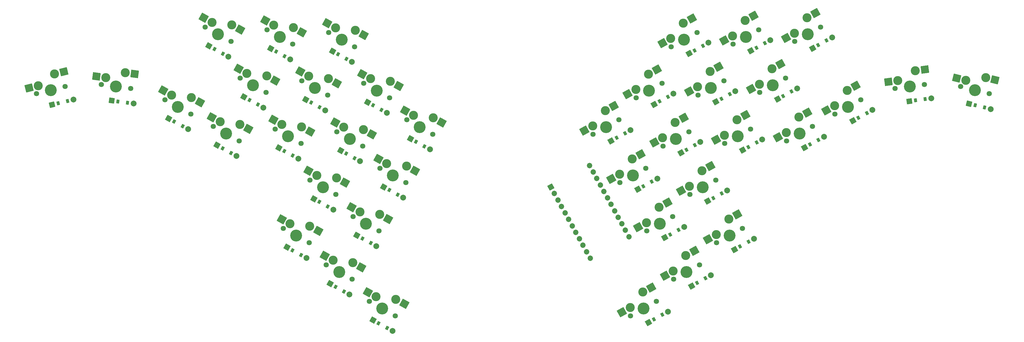
<source format=gbr>
%TF.GenerationSoftware,KiCad,Pcbnew,8.0.8-2.fc41*%
%TF.CreationDate,2025-01-20T23:27:37+01:00*%
%TF.ProjectId,laserraven_traced_and_silked_screws,6c617365-7272-4617-9665-6e5f74726163,1.0.0*%
%TF.SameCoordinates,Original*%
%TF.FileFunction,Soldermask,Bot*%
%TF.FilePolarity,Negative*%
%FSLAX46Y46*%
G04 Gerber Fmt 4.6, Leading zero omitted, Abs format (unit mm)*
G04 Created by KiCad (PCBNEW 8.0.8-2.fc41) date 2025-01-20 23:27:37*
%MOMM*%
%LPD*%
G01*
G04 APERTURE LIST*
G04 Aperture macros list*
%AMRoundRect*
0 Rectangle with rounded corners*
0 $1 Rounding radius*
0 $2 $3 $4 $5 $6 $7 $8 $9 X,Y pos of 4 corners*
0 Add a 4 corners polygon primitive as box body*
4,1,4,$2,$3,$4,$5,$6,$7,$8,$9,$2,$3,0*
0 Add four circle primitives for the rounded corners*
1,1,$1+$1,$2,$3*
1,1,$1+$1,$4,$5*
1,1,$1+$1,$6,$7*
1,1,$1+$1,$8,$9*
0 Add four rect primitives between the rounded corners*
20,1,$1+$1,$2,$3,$4,$5,0*
20,1,$1+$1,$4,$5,$6,$7,0*
20,1,$1+$1,$6,$7,$8,$9,0*
20,1,$1+$1,$8,$9,$2,$3,0*%
G04 Aperture macros list end*
%ADD10C,1.801800*%
%ADD11C,3.100000*%
%ADD12C,4.087800*%
%ADD13RoundRect,0.050000X-1.721152X-0.475142X0.509128X-1.711407X1.721152X0.475142X-0.509128X1.711407X0*%
%ADD14RoundRect,0.050000X-1.208533X-0.346541X0.346541X-1.208533X1.208533X0.346541X-0.346541X1.208533X0*%
%ADD15RoundRect,0.050000X-0.684465X-0.306607X0.102693X-0.742936X0.684465X0.306607X-0.102693X0.742936X0*%
%ADD16C,2.005000*%
%ADD17RoundRect,0.050000X-0.346541X-1.208533X1.208533X-0.346541X0.346541X1.208533X-1.208533X0.346541X0*%
%ADD18RoundRect,0.050000X-0.102693X-0.742936X0.684465X-0.306607X0.102693X0.742936X-0.684465X0.306607X0*%
%ADD19RoundRect,0.050000X-0.509128X-1.711407X1.721152X-0.475142X0.509128X1.711407X-1.721152X0.475142X0*%
%ADD20RoundRect,0.050000X-0.934725X-1.521320X1.539529X-0.904419X0.934725X1.521320X-1.539529X0.904419X0*%
%ADD21RoundRect,0.050000X-1.100934X-1.405727X1.427250X-1.072885X1.100934X1.405727X-1.427250X1.072885X0*%
%ADD22RoundRect,0.050000X-0.997432X-0.765357X0.765357X-0.997432X0.997432X0.765357X-0.765357X0.997432X0*%
%ADD23RoundRect,0.050000X-0.524466X-0.536130X0.367834X-0.653604X0.524466X0.536130X-0.367834X0.653604X0*%
%ADD24RoundRect,0.050000X-1.539529X-0.904419X0.934725X-1.521320X1.539529X0.904419X-0.934725X1.521320X0*%
%ADD25RoundRect,0.050000X-0.647524X-1.077661X1.077661X-0.647524X0.647524X1.077661X-1.077661X0.647524X0*%
%ADD26RoundRect,0.050000X-0.291480X-0.691042X0.581786X-0.473313X0.291480X0.691042X-0.581786X0.473313X0*%
%ADD27RoundRect,0.050000X-1.191268X0.341591X-0.341591X-1.191268X1.191268X-0.341591X0.341591X1.191268X0*%
%ADD28C,1.852600*%
%ADD29RoundRect,0.050000X-1.427250X-1.072885X1.100934X-1.405727X1.427250X1.072885X-1.100934X1.405727X0*%
%ADD30RoundRect,0.050000X-0.765357X-0.997432X0.997432X-0.765357X0.765357X0.997432X-0.997432X0.765357X0*%
%ADD31RoundRect,0.050000X-0.367834X-0.653604X0.524466X-0.536130X0.367834X0.653604X-0.524466X0.536130X0*%
%ADD32RoundRect,0.050000X-1.077661X-0.647524X0.647524X-1.077661X1.077661X0.647524X-0.647524X1.077661X0*%
%ADD33RoundRect,0.050000X-0.581786X-0.473313X0.291480X-0.691042X0.581786X0.473313X-0.291480X0.691042X0*%
G04 APERTURE END LIST*
D10*
%TO.C,S12*%
X157206401Y-142760254D03*
D11*
X159548583Y-141154426D03*
D12*
X161649469Y-145223087D03*
D11*
X166333836Y-142011435D03*
D10*
X166092537Y-147685920D03*
D13*
X156684203Y-139566678D03*
X169221830Y-143612275D03*
%TD*%
D14*
%TO.C,D5*%
X116070049Y-147398503D03*
D15*
X117959228Y-148445692D03*
X120845474Y-150045564D03*
D16*
X122734653Y-151092753D03*
%TD*%
D17*
%TO.C,D22*%
X325192158Y-155590290D03*
D18*
X327081336Y-154543103D03*
X329967582Y-152943225D03*
D16*
X331856760Y-151896038D03*
%TD*%
D17*
%TO.C,D33*%
X251351963Y-179141602D03*
D18*
X253241141Y-178094415D03*
X256127387Y-176494537D03*
D16*
X258016565Y-175447350D03*
%TD*%
D10*
%TO.C,S3*%
X88930317Y-148361658D03*
D11*
X91272499Y-146755830D03*
D12*
X93373385Y-150824491D03*
D11*
X98057752Y-147612839D03*
D10*
X97816453Y-153287324D03*
D13*
X88408119Y-145168082D03*
X100945746Y-149213679D03*
%TD*%
D17*
%TO.C,D23*%
X308574388Y-164801671D03*
D18*
X310463566Y-163754484D03*
X313349812Y-162154606D03*
D16*
X315238990Y-161107419D03*
%TD*%
D10*
%TO.C,S11*%
X147995022Y-159378026D03*
D11*
X150337204Y-157772198D03*
D12*
X152438090Y-161840859D03*
D11*
X157122457Y-158629207D03*
D10*
X156881158Y-164303692D03*
D13*
X147472824Y-156184450D03*
X160010451Y-160230047D03*
%TD*%
D10*
%TO.C,S23*%
X302415717Y-162498708D03*
D11*
X302295065Y-159661467D03*
D12*
X306858783Y-160035875D03*
D11*
X306617484Y-154361390D03*
D10*
X311301849Y-157573042D03*
D19*
X299430686Y-161249218D03*
X309505479Y-152760549D03*
%TD*%
D10*
%TO.C,S5*%
X114759476Y-140955269D03*
D11*
X117101658Y-139349441D03*
D12*
X119202544Y-143418102D03*
D11*
X123886911Y-140206450D03*
D10*
X123645612Y-145880935D03*
D13*
X114237278Y-137761693D03*
X126774905Y-141807290D03*
%TD*%
D14*
%TO.C,D17*%
X130882835Y-199056818D03*
D15*
X132772014Y-200104007D03*
X135658260Y-201703879D03*
D16*
X137547439Y-202751068D03*
%TD*%
D10*
%TO.C,S13*%
X153559137Y-188530745D03*
D11*
X155901319Y-186924917D03*
D12*
X158002205Y-190993578D03*
D11*
X162686572Y-187781926D03*
D10*
X162445273Y-193456411D03*
D13*
X153036939Y-185337169D03*
X165574566Y-189382766D03*
%TD*%
D10*
%TO.C,S1*%
X44840389Y-146312888D03*
D11*
X45458186Y-143541098D03*
D12*
X49769491Y-145083926D03*
D11*
X51005077Y-139540342D03*
D10*
X54698593Y-143854964D03*
D20*
X42280464Y-144333391D03*
X54208994Y-138741517D03*
%TD*%
D14*
%TO.C,D19*%
X160433829Y-224126693D03*
D15*
X162323008Y-225173882D03*
X165209254Y-226773754D03*
D16*
X167098433Y-227820943D03*
%TD*%
D10*
%TO.C,S14*%
X162770514Y-171912970D03*
D11*
X165112696Y-170307142D03*
D12*
X167213582Y-174375803D03*
D11*
X171897949Y-171164151D03*
D10*
X171656650Y-176838636D03*
D13*
X162248316Y-168719394D03*
X174785943Y-172764991D03*
%TD*%
D17*
%TO.C,D25*%
X290151621Y-131566119D03*
D18*
X292040799Y-130518932D03*
X294927045Y-128919054D03*
D16*
X296816223Y-127871867D03*
%TD*%
D14*
%TO.C,D15*%
X173292481Y-161738433D03*
D15*
X175181660Y-162785622D03*
X178067906Y-164385494D03*
D16*
X179957085Y-165432683D03*
%TD*%
D14*
%TO.C,D18*%
X145658333Y-211591752D03*
D15*
X147547512Y-212638941D03*
X150433758Y-214238813D03*
D16*
X152322937Y-215286002D03*
%TD*%
D17*
%TO.C,D31*%
X256916079Y-149988889D03*
D18*
X258805257Y-148941702D03*
X261691503Y-147341824D03*
D16*
X263580681Y-146294637D03*
%TD*%
D14*
%TO.C,D11*%
X149305600Y-165821264D03*
D15*
X151194779Y-166868453D03*
X154081025Y-168468325D03*
D16*
X155970204Y-169515514D03*
%TD*%
D17*
%TO.C,D26*%
X287350922Y-165704165D03*
D18*
X289240100Y-164656978D03*
X292126346Y-163057100D03*
D16*
X294015524Y-162009913D03*
%TD*%
D10*
%TO.C,S27*%
X271980869Y-146783433D03*
D11*
X271860217Y-143946192D03*
D12*
X276423935Y-144320600D03*
D11*
X276182636Y-138646115D03*
D10*
X280867001Y-141857767D03*
D19*
X268995838Y-145533943D03*
X279070631Y-137045274D03*
%TD*%
D10*
%TO.C,S9*%
X145194319Y-125239993D03*
D11*
X147536501Y-123634165D03*
D12*
X149637387Y-127702826D03*
D11*
X154321754Y-124491174D03*
D10*
X154080455Y-130165659D03*
D13*
X144672121Y-122046417D03*
X157209748Y-126092014D03*
%TD*%
D10*
%TO.C,S37*%
X263616054Y-210074189D03*
D11*
X263495402Y-207236948D03*
D12*
X268059120Y-207611356D03*
D11*
X267817821Y-201936871D03*
D10*
X272502186Y-205148523D03*
D19*
X260631023Y-208824699D03*
X270705816Y-200336030D03*
%TD*%
D10*
%TO.C,S17*%
X129572256Y-192613584D03*
D11*
X131914438Y-191007756D03*
D12*
X134015324Y-195076417D03*
D11*
X138699691Y-191864765D03*
D10*
X138458392Y-197539250D03*
D13*
X129050058Y-189420008D03*
X141587685Y-193465605D03*
%TD*%
D17*
%TO.C,D27*%
X278139539Y-149086392D03*
D18*
X280028717Y-148039205D03*
X282914963Y-146439327D03*
D16*
X284804141Y-145392140D03*
%TD*%
D17*
%TO.C,D32*%
X260563342Y-195759372D03*
D18*
X262452520Y-194712185D03*
X265338766Y-193112307D03*
D16*
X267227944Y-192065120D03*
%TD*%
D10*
%TO.C,S7*%
X126771558Y-158475539D03*
D11*
X129113740Y-156869711D03*
D12*
X131214626Y-160938372D03*
D11*
X135898993Y-157726720D03*
D10*
X135657694Y-163401205D03*
D13*
X126249360Y-155281963D03*
X138786987Y-159327560D03*
%TD*%
D10*
%TO.C,S33*%
X245193288Y-176838637D03*
D11*
X245072636Y-174001396D03*
D12*
X249636354Y-174375804D03*
D11*
X249395055Y-168701319D03*
D10*
X254079420Y-171912971D03*
D19*
X242208257Y-175589147D03*
X252283050Y-167100478D03*
%TD*%
D10*
%TO.C,S21*%
X339697024Y-144478056D03*
D11*
X340624626Y-141794016D03*
D12*
X344733564Y-143814984D03*
D11*
X346588764Y-138446908D03*
D10*
X349770104Y-143151912D03*
D21*
X337377641Y-142221494D03*
X349862513Y-138015910D03*
%TD*%
D10*
%TO.C,S22*%
X319033491Y-153287326D03*
D11*
X318912839Y-150450085D03*
D12*
X323476557Y-150824493D03*
D11*
X323235258Y-145150008D03*
D10*
X327919623Y-148361660D03*
D19*
X316048460Y-152037836D03*
X326123253Y-143549167D03*
%TD*%
D14*
%TO.C,D7*%
X128082135Y-164918774D03*
D15*
X129971314Y-165965963D03*
X132857560Y-167565835D03*
D16*
X134746739Y-168613024D03*
%TD*%
D10*
%TO.C,S25*%
X283992952Y-129263161D03*
D11*
X283872300Y-126425920D03*
D12*
X288436018Y-126800328D03*
D11*
X288194719Y-121125843D03*
D10*
X292879084Y-124337495D03*
D19*
X281007921Y-128013671D03*
X291082714Y-119525002D03*
%TD*%
D10*
%TO.C,S6*%
X123970855Y-124337490D03*
D11*
X126313037Y-122731662D03*
D12*
X128413923Y-126800323D03*
D11*
X133098290Y-123588671D03*
D10*
X132856991Y-129263156D03*
D13*
X123448657Y-121143914D03*
X135986284Y-125189511D03*
%TD*%
D10*
%TO.C,S24*%
X293204332Y-145880931D03*
D11*
X293083680Y-143043690D03*
D12*
X297647398Y-143418098D03*
D11*
X297406099Y-137743613D03*
D10*
X302090464Y-140955265D03*
D19*
X290219301Y-144631441D03*
X300294094Y-136142772D03*
%TD*%
D10*
%TO.C,S10*%
X138783642Y-175995811D03*
D11*
X141125824Y-174389983D03*
D12*
X143226710Y-178458644D03*
D11*
X147911077Y-175246992D03*
D10*
X147669778Y-180921477D03*
D13*
X138261444Y-172802235D03*
X150799071Y-176847832D03*
%TD*%
D22*
%TO.C,D2*%
X70660677Y-148666478D03*
D23*
X72802196Y-148948417D03*
X76073968Y-149379149D03*
D16*
X78215487Y-149661088D03*
%TD*%
D10*
%TO.C,S29*%
X269180168Y-180921475D03*
D11*
X269059516Y-178084234D03*
D12*
X273623234Y-178458642D03*
D11*
X273381935Y-172784157D03*
D10*
X278066300Y-175995809D03*
D19*
X266195137Y-179671985D03*
X276269930Y-171183316D03*
%TD*%
D17*
%TO.C,D34*%
X242140580Y-162523824D03*
D18*
X244029758Y-161476637D03*
X246916004Y-159876759D03*
D16*
X248805182Y-158829572D03*
%TD*%
D17*
%TO.C,D38*%
X254999229Y-224912082D03*
D18*
X256888407Y-223864895D03*
X259774653Y-222265017D03*
D16*
X261663831Y-221217830D03*
%TD*%
D10*
%TO.C,S20*%
X362151348Y-143854969D03*
D11*
X363998106Y-141697658D03*
D12*
X367080450Y-145083931D03*
D11*
X370773962Y-140769310D03*
D10*
X372009552Y-146312893D03*
D24*
X360820386Y-140905363D03*
X373977880Y-141568137D03*
%TD*%
D14*
%TO.C,D8*%
X137293513Y-148300998D03*
D15*
X139182692Y-149348187D03*
X142068938Y-150948059D03*
D16*
X143958117Y-151995248D03*
%TD*%
D10*
%TO.C,S34*%
X235981904Y-160220864D03*
D11*
X235861252Y-157383623D03*
D12*
X240424970Y-157758031D03*
D11*
X240183671Y-152083546D03*
D10*
X244868036Y-155295198D03*
D19*
X232996873Y-158971374D03*
X243071666Y-150482705D03*
%TD*%
D10*
%TO.C,S4*%
X105548088Y-157573042D03*
D11*
X107890270Y-155967214D03*
D12*
X109991156Y-160035875D03*
D11*
X114675523Y-156824223D03*
D10*
X114434224Y-162498708D03*
D13*
X105025890Y-154379466D03*
X117563517Y-158425063D03*
%TD*%
D14*
%TO.C,D6*%
X125281435Y-130780731D03*
D15*
X127170614Y-131827920D03*
X130056860Y-133427792D03*
D16*
X131946039Y-134474981D03*
%TD*%
D14*
%TO.C,D3*%
X90240895Y-154804896D03*
D15*
X92130074Y-155852085D03*
X95016320Y-157451957D03*
D16*
X96905499Y-158499146D03*
%TD*%
D10*
%TO.C,S32*%
X254404672Y-193456410D03*
D11*
X254284020Y-190619169D03*
D12*
X258847738Y-190993577D03*
D11*
X258606439Y-185319092D03*
D10*
X263290804Y-188530744D03*
D19*
X251419641Y-192206920D03*
X261494434Y-183718251D03*
%TD*%
D10*
%TO.C,S16*%
X102747392Y-123434998D03*
D11*
X105089574Y-121829170D03*
D12*
X107190460Y-125897831D03*
D11*
X111874827Y-122686179D03*
D10*
X111633528Y-128360664D03*
D13*
X102225194Y-120241422D03*
X114762821Y-124287019D03*
%TD*%
D17*
%TO.C,D36*%
X284550224Y-199842213D03*
D18*
X286439402Y-198795026D03*
X289325648Y-197195148D03*
D16*
X291214826Y-196147961D03*
%TD*%
D14*
%TO.C,D9*%
X146504902Y-131683224D03*
D15*
X148394081Y-132730413D03*
X151280327Y-134330285D03*
D16*
X153169506Y-135377474D03*
%TD*%
D10*
%TO.C,S28*%
X262769486Y-130165658D03*
D11*
X262648834Y-127328417D03*
D12*
X267212552Y-127702825D03*
D11*
X266971253Y-122028340D03*
D10*
X271655618Y-125239992D03*
D19*
X259784455Y-128916168D03*
X269859248Y-120427499D03*
%TD*%
D14*
%TO.C,D12*%
X158516981Y-149203489D03*
D15*
X160406160Y-150250678D03*
X163292406Y-151850550D03*
D16*
X165181585Y-152897739D03*
%TD*%
D14*
%TO.C,D16*%
X104057969Y-129878234D03*
D15*
X105947148Y-130925423D03*
X108833394Y-132525295D03*
D16*
X110722573Y-133572484D03*
%TD*%
D14*
%TO.C,D13*%
X154869716Y-194973975D03*
D15*
X156758895Y-196021164D03*
X159645141Y-197621036D03*
D16*
X161534320Y-198668225D03*
%TD*%
D17*
%TO.C,D24*%
X299363006Y-148183896D03*
D18*
X301252184Y-147136709D03*
X304138430Y-145536831D03*
D16*
X306027608Y-144489644D03*
%TD*%
D10*
%TO.C,S26*%
X281192253Y-163401204D03*
D11*
X281071601Y-160563963D03*
D12*
X285635319Y-160938371D03*
D11*
X285394020Y-155263886D03*
D10*
X290078385Y-158475538D03*
D19*
X278207222Y-162151714D03*
X288282015Y-153663045D03*
%TD*%
D10*
%TO.C,S19*%
X159123256Y-217683460D03*
D11*
X161465438Y-216077632D03*
D12*
X163566324Y-220146293D03*
D11*
X168250691Y-216934641D03*
D10*
X168009392Y-222609126D03*
D13*
X158601058Y-214489884D03*
X171138685Y-218535481D03*
%TD*%
D17*
%TO.C,D28*%
X268928157Y-132468618D03*
D18*
X270817335Y-131421431D03*
X273703581Y-129821553D03*
D16*
X275592759Y-128774366D03*
%TD*%
D10*
%TO.C,S30*%
X259968787Y-164303700D03*
D11*
X259848135Y-161466459D03*
D12*
X264411853Y-161840867D03*
D11*
X264170554Y-156166382D03*
D10*
X268854919Y-159378034D03*
D19*
X256983756Y-163054210D03*
X267058549Y-154565541D03*
%TD*%
D25*
%TO.C,D1*%
X50193164Y-150131367D03*
D26*
X52289001Y-149608815D03*
X55490981Y-148810475D03*
D16*
X57586818Y-148287923D03*
%TD*%
D17*
%TO.C,D35*%
X311375089Y-130663627D03*
D18*
X313264267Y-129616440D03*
X316150513Y-128016562D03*
D16*
X318039691Y-126969375D03*
%TD*%
D10*
%TO.C,S35*%
X305216419Y-128360659D03*
D11*
X305095767Y-125523418D03*
D12*
X309659485Y-125897826D03*
D11*
X309418186Y-120223341D03*
D10*
X314102551Y-123434993D03*
D19*
X302231388Y-127111169D03*
X312306181Y-118622500D03*
%TD*%
D10*
%TO.C,S15*%
X171981902Y-155295196D03*
D11*
X174324084Y-153689368D03*
D12*
X176424970Y-157758029D03*
D11*
X181109337Y-154546377D03*
D10*
X180868038Y-160220862D03*
D13*
X171459704Y-152101620D03*
X183997331Y-156147217D03*
%TD*%
D27*
%TO.C,MCU1*%
X221423463Y-178386551D03*
D28*
X222654880Y-180608086D03*
X223886295Y-182829619D03*
X225117714Y-185051154D03*
X226349129Y-187272685D03*
X227580546Y-189494220D03*
X228811962Y-191715754D03*
X230043378Y-193937289D03*
X231274795Y-196158822D03*
X232506210Y-198380358D03*
X233737628Y-200601892D03*
X234969044Y-202823426D03*
X234752668Y-170998052D03*
X235984084Y-173219586D03*
X237215502Y-175441120D03*
X238446917Y-177662656D03*
X239678334Y-179884189D03*
X240909750Y-182105724D03*
X242141166Y-184327258D03*
X243372583Y-186548793D03*
X244603998Y-188770324D03*
X245835417Y-190991859D03*
X247066832Y-193213392D03*
X248298249Y-195434927D03*
%TD*%
D10*
%TO.C,S2*%
X67079838Y-143151913D03*
D11*
X68670511Y-140799410D03*
D12*
X72116378Y-143814985D03*
D11*
X75297723Y-139109981D03*
D10*
X77152918Y-144478057D03*
D29*
X65423528Y-140371936D03*
X78571473Y-139540979D03*
%TD*%
D14*
%TO.C,D10*%
X140094219Y-182439047D03*
D15*
X141983398Y-183486236D03*
X144869644Y-185086108D03*
D16*
X146758823Y-186133297D03*
%TD*%
D30*
%TO.C,D21*%
X344583123Y-148877932D03*
D31*
X346724641Y-148595994D03*
X349996415Y-148165260D03*
D16*
X352137933Y-147883322D03*
%TD*%
D10*
%TO.C,S38*%
X248840560Y-222609124D03*
D11*
X248719908Y-219771883D03*
D12*
X253283626Y-220146291D03*
D11*
X253042327Y-214471806D03*
D10*
X257726692Y-217683458D03*
D19*
X245855529Y-221359634D03*
X255930322Y-212870965D03*
%TD*%
D10*
%TO.C,S8*%
X135982938Y-141857763D03*
D11*
X138325120Y-140251935D03*
D12*
X140426006Y-144320596D03*
D11*
X145110373Y-141108944D03*
D10*
X144869074Y-146783429D03*
D13*
X135460740Y-138664187D03*
X147998367Y-142709784D03*
%TD*%
D10*
%TO.C,S31*%
X250757401Y-147685926D03*
D11*
X250636749Y-144848685D03*
D12*
X255200467Y-145223093D03*
D11*
X254959168Y-139548608D03*
D10*
X259643533Y-142760260D03*
D19*
X247772370Y-146436436D03*
X257847163Y-137947767D03*
%TD*%
D14*
%TO.C,D4*%
X106858669Y-164016275D03*
D15*
X108747848Y-165063464D03*
X111634094Y-166663336D03*
D16*
X113523273Y-167710525D03*
%TD*%
D17*
%TO.C,D29*%
X275338843Y-183224439D03*
D18*
X277228021Y-182177252D03*
X280114267Y-180577374D03*
D16*
X282003445Y-179530187D03*
%TD*%
D17*
%TO.C,D37*%
X269774728Y-212377146D03*
D18*
X271663906Y-211329959D03*
X274550152Y-209730081D03*
D16*
X276439330Y-208682894D03*
%TD*%
D10*
%TO.C,S18*%
X144347752Y-205148519D03*
D11*
X146689934Y-203542691D03*
D12*
X148790820Y-207611352D03*
D11*
X153475187Y-204399700D03*
D10*
X153233888Y-210074185D03*
D13*
X143825554Y-201954943D03*
X156363181Y-206000540D03*
%TD*%
D14*
%TO.C,D14*%
X164081096Y-178356202D03*
D15*
X165970275Y-179403391D03*
X168856521Y-181003263D03*
D16*
X170745700Y-182050452D03*
%TD*%
D32*
%TO.C,D20*%
X365084899Y-149739452D03*
D33*
X367180737Y-150262004D03*
X370382715Y-151060344D03*
D16*
X372478553Y-151582896D03*
%TD*%
D17*
%TO.C,D30*%
X266127457Y-166606664D03*
D18*
X268016635Y-165559477D03*
X270902881Y-163959599D03*
D16*
X272792059Y-162912412D03*
%TD*%
D10*
%TO.C,S36*%
X278391551Y-197539248D03*
D11*
X278270899Y-194702007D03*
D12*
X282834617Y-195076415D03*
D11*
X282593318Y-189401930D03*
D10*
X287277683Y-192613582D03*
D19*
X275406520Y-196289758D03*
X285481313Y-187801089D03*
%TD*%
M02*

</source>
